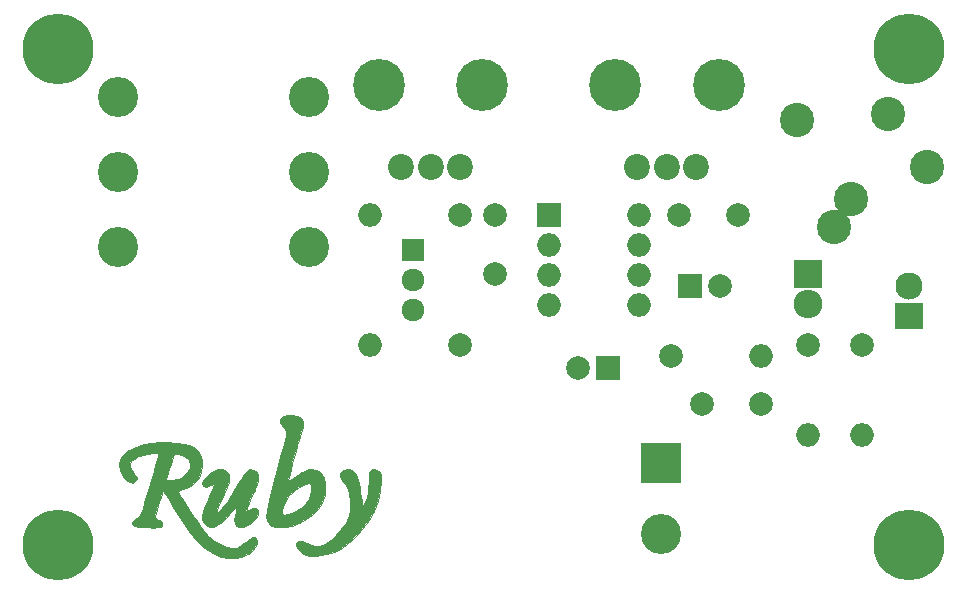
<source format=gts>
G04 #@! TF.GenerationSoftware,KiCad,Pcbnew,no-vcs-found-8c7175b~60~ubuntu16.04.1*
G04 #@! TF.CreationDate,2017-09-13T21:37:39+02:00*
G04 #@! TF.ProjectId,ruby,727562792E6B696361645F7063620000,rev?*
G04 #@! TF.SameCoordinates,Original*
G04 #@! TF.FileFunction,Soldermask,Top*
G04 #@! TF.FilePolarity,Negative*
%FSLAX46Y46*%
G04 Gerber Fmt 4.6, Leading zero omitted, Abs format (unit mm)*
G04 Created by KiCad (PCBNEW no-vcs-found-8c7175b~60~ubuntu16.04.1) date Wed Sep 13 21:37:39 2017*
%MOMM*%
%LPD*%
G01*
G04 APERTURE LIST*
%ADD10C,0.010000*%
%ADD11C,2.200000*%
%ADD12C,4.400000*%
%ADD13C,6.000000*%
%ADD14C,3.400000*%
%ADD15C,2.000000*%
%ADD16R,2.000000X2.000000*%
%ADD17R,3.400000X3.400000*%
%ADD18R,1.920000X1.920000*%
%ADD19C,1.920000*%
%ADD20O,2.000000X2.000000*%
%ADD21O,2.432000X2.432000*%
%ADD22R,2.432000X2.432000*%
%ADD23C,2.900000*%
%ADD24C,2.300000*%
%ADD25R,2.400000X2.300000*%
G04 APERTURE END LIST*
D10*
G36*
X94144687Y-95018796D02*
X94443777Y-95142923D01*
X94617474Y-95296663D01*
X94704592Y-95528430D01*
X94712528Y-95857465D01*
X94643752Y-96232689D01*
X94560552Y-96473638D01*
X94467149Y-96725679D01*
X94349994Y-97084326D01*
X94216707Y-97521523D01*
X94074913Y-98009211D01*
X93932232Y-98519332D01*
X93796288Y-99023829D01*
X93674703Y-99494643D01*
X93575099Y-99903716D01*
X93505098Y-100222992D01*
X93472322Y-100424411D01*
X93473280Y-100475914D01*
X93548413Y-100461512D01*
X93732382Y-100366031D01*
X93995690Y-100206054D01*
X94243207Y-100043073D01*
X94597116Y-99809382D01*
X94855614Y-99659843D01*
X95058512Y-99576686D01*
X95245622Y-99542139D01*
X95376213Y-99537334D01*
X95824308Y-99606819D01*
X96174357Y-99813233D01*
X96421726Y-100153507D01*
X96466913Y-100258955D01*
X96562562Y-100677319D01*
X96581422Y-101180920D01*
X96527597Y-101706235D01*
X96405190Y-102189738D01*
X96330285Y-102373667D01*
X96004753Y-102889643D01*
X95547578Y-103371613D01*
X94996336Y-103791844D01*
X94388599Y-104122608D01*
X93761943Y-104336172D01*
X93634944Y-104362886D01*
X93230430Y-104417080D01*
X92806575Y-104439124D01*
X92418278Y-104429038D01*
X92120442Y-104386841D01*
X92042266Y-104362335D01*
X91877919Y-104237878D01*
X91725962Y-104034615D01*
X91713783Y-104012000D01*
X91647264Y-103842688D01*
X91611030Y-103636741D01*
X91607774Y-103378605D01*
X91623308Y-103222450D01*
X92923076Y-103222450D01*
X92960686Y-103320287D01*
X93123748Y-103395366D01*
X93405262Y-103365330D01*
X93810813Y-103229336D01*
X93949564Y-103171199D01*
X94512876Y-102848027D01*
X94950780Y-102426214D01*
X95185012Y-102058865D01*
X95320978Y-101712104D01*
X95392552Y-101370611D01*
X95400031Y-101069618D01*
X95343709Y-100844357D01*
X95223882Y-100730060D01*
X95173823Y-100722667D01*
X94975866Y-100772437D01*
X94690324Y-100904403D01*
X94359854Y-101092550D01*
X94027116Y-101310862D01*
X93734769Y-101533323D01*
X93536447Y-101721222D01*
X93332793Y-102000976D01*
X93154810Y-102332132D01*
X93017317Y-102673534D01*
X92935133Y-102984025D01*
X92923076Y-103222450D01*
X91623308Y-103222450D01*
X91640192Y-103052730D01*
X91710978Y-102643563D01*
X91822827Y-102135553D01*
X91978433Y-101513147D01*
X92180492Y-100760795D01*
X92431697Y-99862944D01*
X92434262Y-99853898D01*
X92621209Y-99188085D01*
X92794909Y-98556824D01*
X92949292Y-97983153D01*
X93078287Y-97490111D01*
X93175826Y-97100734D01*
X93235838Y-96838061D01*
X93250813Y-96754729D01*
X93274155Y-96506699D01*
X93246054Y-96334532D01*
X93142463Y-96167829D01*
X92990491Y-95992657D01*
X92798811Y-95754888D01*
X92720045Y-95577274D01*
X92726091Y-95441666D01*
X92859513Y-95228695D01*
X93110099Y-95076702D01*
X93435833Y-94988907D01*
X93794701Y-94968531D01*
X94144687Y-95018796D01*
X94144687Y-95018796D01*
G37*
X94144687Y-95018796D02*
X94443777Y-95142923D01*
X94617474Y-95296663D01*
X94704592Y-95528430D01*
X94712528Y-95857465D01*
X94643752Y-96232689D01*
X94560552Y-96473638D01*
X94467149Y-96725679D01*
X94349994Y-97084326D01*
X94216707Y-97521523D01*
X94074913Y-98009211D01*
X93932232Y-98519332D01*
X93796288Y-99023829D01*
X93674703Y-99494643D01*
X93575099Y-99903716D01*
X93505098Y-100222992D01*
X93472322Y-100424411D01*
X93473280Y-100475914D01*
X93548413Y-100461512D01*
X93732382Y-100366031D01*
X93995690Y-100206054D01*
X94243207Y-100043073D01*
X94597116Y-99809382D01*
X94855614Y-99659843D01*
X95058512Y-99576686D01*
X95245622Y-99542139D01*
X95376213Y-99537334D01*
X95824308Y-99606819D01*
X96174357Y-99813233D01*
X96421726Y-100153507D01*
X96466913Y-100258955D01*
X96562562Y-100677319D01*
X96581422Y-101180920D01*
X96527597Y-101706235D01*
X96405190Y-102189738D01*
X96330285Y-102373667D01*
X96004753Y-102889643D01*
X95547578Y-103371613D01*
X94996336Y-103791844D01*
X94388599Y-104122608D01*
X93761943Y-104336172D01*
X93634944Y-104362886D01*
X93230430Y-104417080D01*
X92806575Y-104439124D01*
X92418278Y-104429038D01*
X92120442Y-104386841D01*
X92042266Y-104362335D01*
X91877919Y-104237878D01*
X91725962Y-104034615D01*
X91713783Y-104012000D01*
X91647264Y-103842688D01*
X91611030Y-103636741D01*
X91607774Y-103378605D01*
X91623308Y-103222450D01*
X92923076Y-103222450D01*
X92960686Y-103320287D01*
X93123748Y-103395366D01*
X93405262Y-103365330D01*
X93810813Y-103229336D01*
X93949564Y-103171199D01*
X94512876Y-102848027D01*
X94950780Y-102426214D01*
X95185012Y-102058865D01*
X95320978Y-101712104D01*
X95392552Y-101370611D01*
X95400031Y-101069618D01*
X95343709Y-100844357D01*
X95223882Y-100730060D01*
X95173823Y-100722667D01*
X94975866Y-100772437D01*
X94690324Y-100904403D01*
X94359854Y-101092550D01*
X94027116Y-101310862D01*
X93734769Y-101533323D01*
X93536447Y-101721222D01*
X93332793Y-102000976D01*
X93154810Y-102332132D01*
X93017317Y-102673534D01*
X92935133Y-102984025D01*
X92923076Y-103222450D01*
X91623308Y-103222450D01*
X91640192Y-103052730D01*
X91710978Y-102643563D01*
X91822827Y-102135553D01*
X91978433Y-101513147D01*
X92180492Y-100760795D01*
X92431697Y-99862944D01*
X92434262Y-99853898D01*
X92621209Y-99188085D01*
X92794909Y-98556824D01*
X92949292Y-97983153D01*
X93078287Y-97490111D01*
X93175826Y-97100734D01*
X93235838Y-96838061D01*
X93250813Y-96754729D01*
X93274155Y-96506699D01*
X93246054Y-96334532D01*
X93142463Y-96167829D01*
X92990491Y-95992657D01*
X92798811Y-95754888D01*
X92720045Y-95577274D01*
X92726091Y-95441666D01*
X92859513Y-95228695D01*
X93110099Y-95076702D01*
X93435833Y-94988907D01*
X93794701Y-94968531D01*
X94144687Y-95018796D01*
G36*
X88078694Y-99615197D02*
X88262824Y-99755128D01*
X88412043Y-99976045D01*
X88464994Y-100256946D01*
X88419021Y-100614459D01*
X88271467Y-101065211D01*
X88019676Y-101625830D01*
X87937735Y-101789816D01*
X87665741Y-102343672D01*
X87484934Y-102755372D01*
X87395267Y-103025412D01*
X87396693Y-103154290D01*
X87489164Y-103142503D01*
X87672634Y-102990549D01*
X87840355Y-102817185D01*
X88313791Y-102233399D01*
X88809816Y-101485379D01*
X89308875Y-100608990D01*
X89504938Y-100260833D01*
X89692403Y-99960776D01*
X89846809Y-99746241D01*
X89926799Y-99663559D01*
X90213708Y-99546480D01*
X90488226Y-99576997D01*
X90717920Y-99734562D01*
X90870357Y-99998628D01*
X90914966Y-100289585D01*
X90879683Y-100509040D01*
X90786800Y-100822314D01*
X90654214Y-101171653D01*
X90610204Y-101273000D01*
X90334365Y-101903097D01*
X90133168Y-102397785D01*
X90001188Y-102770864D01*
X89951123Y-102949743D01*
X89894476Y-103187153D01*
X90138917Y-103006431D01*
X90429240Y-102868538D01*
X90628512Y-102853687D01*
X90805287Y-102902175D01*
X90881792Y-103030336D01*
X90899772Y-103151123D01*
X90886705Y-103355016D01*
X90786395Y-103555897D01*
X90619222Y-103760009D01*
X90284416Y-104067549D01*
X89929139Y-104287598D01*
X89584363Y-104409805D01*
X89281059Y-104423817D01*
X89050201Y-104319283D01*
X89024122Y-104293167D01*
X88924370Y-104116395D01*
X88893948Y-103864310D01*
X88932516Y-103508296D01*
X89010481Y-103139187D01*
X89069641Y-102870438D01*
X89102742Y-102677246D01*
X89103938Y-102607716D01*
X89042533Y-102652424D01*
X88916662Y-102796471D01*
X88835399Y-102900529D01*
X88516141Y-103293011D01*
X88172366Y-103665299D01*
X87838434Y-103983545D01*
X87548706Y-104213903D01*
X87427452Y-104287449D01*
X87064747Y-104424558D01*
X86766082Y-104420026D01*
X86498487Y-104271000D01*
X86422154Y-104200513D01*
X86268234Y-104002572D01*
X86186054Y-103772640D01*
X86178691Y-103490253D01*
X86249219Y-103134949D01*
X86400714Y-102686266D01*
X86636251Y-102123742D01*
X86782693Y-101801605D01*
X86945179Y-101438282D01*
X87073311Y-101127780D01*
X87153945Y-100903698D01*
X87174343Y-100800697D01*
X87096397Y-100783342D01*
X86940286Y-100871325D01*
X86921287Y-100885925D01*
X86688804Y-101013173D01*
X86454208Y-101056678D01*
X86271380Y-101012809D01*
X86205212Y-100934144D01*
X86193110Y-100683530D01*
X86313485Y-100407366D01*
X86537455Y-100131464D01*
X86836141Y-99881635D01*
X87180662Y-99683690D01*
X87542138Y-99563441D01*
X87766015Y-99539193D01*
X88078694Y-99615197D01*
X88078694Y-99615197D01*
G37*
X88078694Y-99615197D02*
X88262824Y-99755128D01*
X88412043Y-99976045D01*
X88464994Y-100256946D01*
X88419021Y-100614459D01*
X88271467Y-101065211D01*
X88019676Y-101625830D01*
X87937735Y-101789816D01*
X87665741Y-102343672D01*
X87484934Y-102755372D01*
X87395267Y-103025412D01*
X87396693Y-103154290D01*
X87489164Y-103142503D01*
X87672634Y-102990549D01*
X87840355Y-102817185D01*
X88313791Y-102233399D01*
X88809816Y-101485379D01*
X89308875Y-100608990D01*
X89504938Y-100260833D01*
X89692403Y-99960776D01*
X89846809Y-99746241D01*
X89926799Y-99663559D01*
X90213708Y-99546480D01*
X90488226Y-99576997D01*
X90717920Y-99734562D01*
X90870357Y-99998628D01*
X90914966Y-100289585D01*
X90879683Y-100509040D01*
X90786800Y-100822314D01*
X90654214Y-101171653D01*
X90610204Y-101273000D01*
X90334365Y-101903097D01*
X90133168Y-102397785D01*
X90001188Y-102770864D01*
X89951123Y-102949743D01*
X89894476Y-103187153D01*
X90138917Y-103006431D01*
X90429240Y-102868538D01*
X90628512Y-102853687D01*
X90805287Y-102902175D01*
X90881792Y-103030336D01*
X90899772Y-103151123D01*
X90886705Y-103355016D01*
X90786395Y-103555897D01*
X90619222Y-103760009D01*
X90284416Y-104067549D01*
X89929139Y-104287598D01*
X89584363Y-104409805D01*
X89281059Y-104423817D01*
X89050201Y-104319283D01*
X89024122Y-104293167D01*
X88924370Y-104116395D01*
X88893948Y-103864310D01*
X88932516Y-103508296D01*
X89010481Y-103139187D01*
X89069641Y-102870438D01*
X89102742Y-102677246D01*
X89103938Y-102607716D01*
X89042533Y-102652424D01*
X88916662Y-102796471D01*
X88835399Y-102900529D01*
X88516141Y-103293011D01*
X88172366Y-103665299D01*
X87838434Y-103983545D01*
X87548706Y-104213903D01*
X87427452Y-104287449D01*
X87064747Y-104424558D01*
X86766082Y-104420026D01*
X86498487Y-104271000D01*
X86422154Y-104200513D01*
X86268234Y-104002572D01*
X86186054Y-103772640D01*
X86178691Y-103490253D01*
X86249219Y-103134949D01*
X86400714Y-102686266D01*
X86636251Y-102123742D01*
X86782693Y-101801605D01*
X86945179Y-101438282D01*
X87073311Y-101127780D01*
X87153945Y-100903698D01*
X87174343Y-100800697D01*
X87096397Y-100783342D01*
X86940286Y-100871325D01*
X86921287Y-100885925D01*
X86688804Y-101013173D01*
X86454208Y-101056678D01*
X86271380Y-101012809D01*
X86205212Y-100934144D01*
X86193110Y-100683530D01*
X86313485Y-100407366D01*
X86537455Y-100131464D01*
X86836141Y-99881635D01*
X87180662Y-99683690D01*
X87542138Y-99563441D01*
X87766015Y-99539193D01*
X88078694Y-99615197D01*
G36*
X98857161Y-99614843D02*
X99117166Y-99843787D01*
X99303710Y-100218784D01*
X99373990Y-100488987D01*
X99427606Y-100770715D01*
X99491295Y-101122412D01*
X99558202Y-101503923D01*
X99621472Y-101875096D01*
X99674248Y-102195776D01*
X99709677Y-102425811D01*
X99721063Y-102521834D01*
X99784929Y-102584662D01*
X99795728Y-102585334D01*
X99888983Y-102506483D01*
X99988699Y-102291997D01*
X100087118Y-101974977D01*
X100176480Y-101588522D01*
X100249026Y-101165734D01*
X100296997Y-100739711D01*
X100312748Y-100379767D01*
X100327209Y-99987380D01*
X100377901Y-99735342D01*
X100478559Y-99596170D01*
X100642918Y-99542379D01*
X100733100Y-99538630D01*
X100998616Y-99590525D01*
X101180464Y-99752832D01*
X101287567Y-100041072D01*
X101328855Y-100470768D01*
X101330000Y-100576557D01*
X101253948Y-101385452D01*
X101037186Y-102218110D01*
X100696803Y-103050165D01*
X100249891Y-103857247D01*
X99713540Y-104614991D01*
X99104839Y-105299027D01*
X98440879Y-105884987D01*
X97738751Y-106348504D01*
X97073195Y-106646048D01*
X96668341Y-106752850D01*
X96201752Y-106827224D01*
X95726606Y-106865339D01*
X95296078Y-106863367D01*
X94963344Y-106817479D01*
X94910500Y-106801779D01*
X94587111Y-106642015D01*
X94337246Y-106424459D01*
X94180919Y-106180716D01*
X94138142Y-105942389D01*
X94228929Y-105741082D01*
X94234933Y-105734934D01*
X94404914Y-105647064D01*
X94654847Y-105659504D01*
X95006143Y-105774900D01*
X95183406Y-105852109D01*
X95502000Y-105980731D01*
X95751412Y-106030376D01*
X96004053Y-106014945D01*
X96019138Y-106012540D01*
X96533724Y-105850623D01*
X97045516Y-105549441D01*
X97529348Y-105137581D01*
X97960058Y-104643626D01*
X98312479Y-104096163D01*
X98561449Y-103523775D01*
X98678328Y-102991854D01*
X98686814Y-102600784D01*
X98650702Y-102132363D01*
X98579317Y-101658621D01*
X98481982Y-101251591D01*
X98435827Y-101118417D01*
X98310326Y-100896586D01*
X98127320Y-100666584D01*
X98099737Y-100638096D01*
X97904516Y-100352155D01*
X97857315Y-100064768D01*
X97944692Y-99810451D01*
X98153202Y-99623721D01*
X98469401Y-99539093D01*
X98528474Y-99537334D01*
X98857161Y-99614843D01*
X98857161Y-99614843D01*
G37*
X98857161Y-99614843D02*
X99117166Y-99843787D01*
X99303710Y-100218784D01*
X99373990Y-100488987D01*
X99427606Y-100770715D01*
X99491295Y-101122412D01*
X99558202Y-101503923D01*
X99621472Y-101875096D01*
X99674248Y-102195776D01*
X99709677Y-102425811D01*
X99721063Y-102521834D01*
X99784929Y-102584662D01*
X99795728Y-102585334D01*
X99888983Y-102506483D01*
X99988699Y-102291997D01*
X100087118Y-101974977D01*
X100176480Y-101588522D01*
X100249026Y-101165734D01*
X100296997Y-100739711D01*
X100312748Y-100379767D01*
X100327209Y-99987380D01*
X100377901Y-99735342D01*
X100478559Y-99596170D01*
X100642918Y-99542379D01*
X100733100Y-99538630D01*
X100998616Y-99590525D01*
X101180464Y-99752832D01*
X101287567Y-100041072D01*
X101328855Y-100470768D01*
X101330000Y-100576557D01*
X101253948Y-101385452D01*
X101037186Y-102218110D01*
X100696803Y-103050165D01*
X100249891Y-103857247D01*
X99713540Y-104614991D01*
X99104839Y-105299027D01*
X98440879Y-105884987D01*
X97738751Y-106348504D01*
X97073195Y-106646048D01*
X96668341Y-106752850D01*
X96201752Y-106827224D01*
X95726606Y-106865339D01*
X95296078Y-106863367D01*
X94963344Y-106817479D01*
X94910500Y-106801779D01*
X94587111Y-106642015D01*
X94337246Y-106424459D01*
X94180919Y-106180716D01*
X94138142Y-105942389D01*
X94228929Y-105741082D01*
X94234933Y-105734934D01*
X94404914Y-105647064D01*
X94654847Y-105659504D01*
X95006143Y-105774900D01*
X95183406Y-105852109D01*
X95502000Y-105980731D01*
X95751412Y-106030376D01*
X96004053Y-106014945D01*
X96019138Y-106012540D01*
X96533724Y-105850623D01*
X97045516Y-105549441D01*
X97529348Y-105137581D01*
X97960058Y-104643626D01*
X98312479Y-104096163D01*
X98561449Y-103523775D01*
X98678328Y-102991854D01*
X98686814Y-102600784D01*
X98650702Y-102132363D01*
X98579317Y-101658621D01*
X98481982Y-101251591D01*
X98435827Y-101118417D01*
X98310326Y-100896586D01*
X98127320Y-100666584D01*
X98099737Y-100638096D01*
X97904516Y-100352155D01*
X97857315Y-100064768D01*
X97944692Y-99810451D01*
X98153202Y-99623721D01*
X98469401Y-99539093D01*
X98528474Y-99537334D01*
X98857161Y-99614843D01*
G36*
X84024623Y-97290619D02*
X84717717Y-97409166D01*
X85270220Y-97611915D01*
X85687069Y-97902131D01*
X85973201Y-98283078D01*
X86133556Y-98758020D01*
X86174667Y-99228613D01*
X86093892Y-99768232D01*
X85865540Y-100265689D01*
X85510565Y-100695258D01*
X85049922Y-101031214D01*
X84536709Y-101239372D01*
X84293554Y-101305526D01*
X84113021Y-101355115D01*
X84080194Y-101364285D01*
X84100258Y-101437283D01*
X84204014Y-101627044D01*
X84377189Y-101912210D01*
X84605510Y-102271426D01*
X84874706Y-102683334D01*
X85170503Y-103126578D01*
X85478630Y-103579802D01*
X85784812Y-104021649D01*
X86074779Y-104430763D01*
X86334258Y-104785787D01*
X86548975Y-105065365D01*
X86576343Y-105099356D01*
X87050886Y-105554812D01*
X87638510Y-105905028D01*
X88199932Y-106103922D01*
X88688082Y-106198629D01*
X89076940Y-106192811D01*
X89410516Y-106076164D01*
X89732816Y-105838382D01*
X89860545Y-105715078D01*
X90174041Y-105437834D01*
X90426979Y-105309287D01*
X90631244Y-105325076D01*
X90729733Y-105396267D01*
X90832867Y-105607378D01*
X90805021Y-105873168D01*
X90662148Y-106164152D01*
X90420203Y-106450840D01*
X90095141Y-106703749D01*
X89988611Y-106766015D01*
X89515813Y-106946742D01*
X88954905Y-107040751D01*
X88366064Y-107043081D01*
X87809468Y-106948772D01*
X87800759Y-106946339D01*
X87316972Y-106786252D01*
X86872999Y-106582634D01*
X86454787Y-106321338D01*
X86048284Y-105988219D01*
X85639439Y-105569133D01*
X85214199Y-105049931D01*
X84758512Y-104416470D01*
X84258325Y-103654603D01*
X83805029Y-102924000D01*
X83492164Y-102409864D01*
X83256258Y-102023502D01*
X83085589Y-101748437D01*
X82968435Y-101568188D01*
X82893073Y-101466277D01*
X82847781Y-101426226D01*
X82820836Y-101431553D01*
X82800516Y-101465782D01*
X82786927Y-101492787D01*
X82733402Y-101631057D01*
X82650931Y-101888946D01*
X82551090Y-102224942D01*
X82445457Y-102597533D01*
X82345607Y-102965208D01*
X82263118Y-103286455D01*
X82209567Y-103519760D01*
X82195333Y-103614111D01*
X82270880Y-103729248D01*
X82462936Y-103822542D01*
X82470500Y-103824745D01*
X82693343Y-103936912D01*
X82773333Y-104095653D01*
X82781570Y-104261323D01*
X82735592Y-104376754D01*
X82612688Y-104448863D01*
X82390149Y-104484571D01*
X82045267Y-104490798D01*
X81555332Y-104474462D01*
X81533339Y-104473479D01*
X81117215Y-104448825D01*
X80758618Y-104416455D01*
X80493676Y-104380411D01*
X80358518Y-104344733D01*
X80353833Y-104341582D01*
X80254278Y-104173735D01*
X80296902Y-103974717D01*
X80463636Y-103795786D01*
X80679862Y-103639868D01*
X80844987Y-103516667D01*
X80912617Y-103421658D01*
X81003341Y-103217418D01*
X81120670Y-102893500D01*
X81268110Y-102439457D01*
X81449172Y-101844842D01*
X81667363Y-101099207D01*
X81730017Y-100881371D01*
X81862322Y-100417801D01*
X83126667Y-100417801D01*
X83200998Y-100468759D01*
X83393518Y-100482179D01*
X83658518Y-100463077D01*
X83950287Y-100416468D01*
X84223115Y-100347369D01*
X84399210Y-100278167D01*
X84740014Y-100041427D01*
X84989493Y-99740115D01*
X85135255Y-99408140D01*
X85164915Y-99079412D01*
X85066082Y-98787838D01*
X84981912Y-98683246D01*
X84721286Y-98484011D01*
X84423301Y-98347683D01*
X84130936Y-98283459D01*
X83887169Y-98300536D01*
X83734977Y-98408113D01*
X83730825Y-98415500D01*
X83681905Y-98541507D01*
X83600798Y-98784770D01*
X83499813Y-99104499D01*
X83391255Y-99459905D01*
X83287433Y-99810200D01*
X83200654Y-100114593D01*
X83143225Y-100332296D01*
X83126667Y-100417801D01*
X81862322Y-100417801D01*
X81908564Y-100255781D01*
X82070961Y-99681033D01*
X82211514Y-99177738D01*
X82324527Y-98766510D01*
X82404305Y-98467960D01*
X82445155Y-98302702D01*
X82449333Y-98277871D01*
X82374641Y-98207573D01*
X82174858Y-98182585D01*
X81886423Y-98197406D01*
X81545773Y-98246533D01*
X81189348Y-98324464D01*
X80853585Y-98425697D01*
X80574925Y-98544731D01*
X80534779Y-98566962D01*
X80217153Y-98800716D01*
X80057866Y-99050908D01*
X80055833Y-99331752D01*
X80209968Y-99657464D01*
X80429750Y-99942446D01*
X80601487Y-100158325D01*
X80657430Y-100307411D01*
X80602982Y-100441166D01*
X80494663Y-100560671D01*
X80275726Y-100681674D01*
X80030249Y-100662095D01*
X79779485Y-100523800D01*
X79544684Y-100288655D01*
X79347096Y-99978527D01*
X79207973Y-99615284D01*
X79148565Y-99220792D01*
X79147805Y-99174781D01*
X79226839Y-98729822D01*
X79460263Y-98335667D01*
X79839739Y-97996283D01*
X80356930Y-97715638D01*
X81003499Y-97497700D01*
X81771107Y-97346436D01*
X82651418Y-97265815D01*
X83185999Y-97253011D01*
X84024623Y-97290619D01*
X84024623Y-97290619D01*
G37*
X84024623Y-97290619D02*
X84717717Y-97409166D01*
X85270220Y-97611915D01*
X85687069Y-97902131D01*
X85973201Y-98283078D01*
X86133556Y-98758020D01*
X86174667Y-99228613D01*
X86093892Y-99768232D01*
X85865540Y-100265689D01*
X85510565Y-100695258D01*
X85049922Y-101031214D01*
X84536709Y-101239372D01*
X84293554Y-101305526D01*
X84113021Y-101355115D01*
X84080194Y-101364285D01*
X84100258Y-101437283D01*
X84204014Y-101627044D01*
X84377189Y-101912210D01*
X84605510Y-102271426D01*
X84874706Y-102683334D01*
X85170503Y-103126578D01*
X85478630Y-103579802D01*
X85784812Y-104021649D01*
X86074779Y-104430763D01*
X86334258Y-104785787D01*
X86548975Y-105065365D01*
X86576343Y-105099356D01*
X87050886Y-105554812D01*
X87638510Y-105905028D01*
X88199932Y-106103922D01*
X88688082Y-106198629D01*
X89076940Y-106192811D01*
X89410516Y-106076164D01*
X89732816Y-105838382D01*
X89860545Y-105715078D01*
X90174041Y-105437834D01*
X90426979Y-105309287D01*
X90631244Y-105325076D01*
X90729733Y-105396267D01*
X90832867Y-105607378D01*
X90805021Y-105873168D01*
X90662148Y-106164152D01*
X90420203Y-106450840D01*
X90095141Y-106703749D01*
X89988611Y-106766015D01*
X89515813Y-106946742D01*
X88954905Y-107040751D01*
X88366064Y-107043081D01*
X87809468Y-106948772D01*
X87800759Y-106946339D01*
X87316972Y-106786252D01*
X86872999Y-106582634D01*
X86454787Y-106321338D01*
X86048284Y-105988219D01*
X85639439Y-105569133D01*
X85214199Y-105049931D01*
X84758512Y-104416470D01*
X84258325Y-103654603D01*
X83805029Y-102924000D01*
X83492164Y-102409864D01*
X83256258Y-102023502D01*
X83085589Y-101748437D01*
X82968435Y-101568188D01*
X82893073Y-101466277D01*
X82847781Y-101426226D01*
X82820836Y-101431553D01*
X82800516Y-101465782D01*
X82786927Y-101492787D01*
X82733402Y-101631057D01*
X82650931Y-101888946D01*
X82551090Y-102224942D01*
X82445457Y-102597533D01*
X82345607Y-102965208D01*
X82263118Y-103286455D01*
X82209567Y-103519760D01*
X82195333Y-103614111D01*
X82270880Y-103729248D01*
X82462936Y-103822542D01*
X82470500Y-103824745D01*
X82693343Y-103936912D01*
X82773333Y-104095653D01*
X82781570Y-104261323D01*
X82735592Y-104376754D01*
X82612688Y-104448863D01*
X82390149Y-104484571D01*
X82045267Y-104490798D01*
X81555332Y-104474462D01*
X81533339Y-104473479D01*
X81117215Y-104448825D01*
X80758618Y-104416455D01*
X80493676Y-104380411D01*
X80358518Y-104344733D01*
X80353833Y-104341582D01*
X80254278Y-104173735D01*
X80296902Y-103974717D01*
X80463636Y-103795786D01*
X80679862Y-103639868D01*
X80844987Y-103516667D01*
X80912617Y-103421658D01*
X81003341Y-103217418D01*
X81120670Y-102893500D01*
X81268110Y-102439457D01*
X81449172Y-101844842D01*
X81667363Y-101099207D01*
X81730017Y-100881371D01*
X81862322Y-100417801D01*
X83126667Y-100417801D01*
X83200998Y-100468759D01*
X83393518Y-100482179D01*
X83658518Y-100463077D01*
X83950287Y-100416468D01*
X84223115Y-100347369D01*
X84399210Y-100278167D01*
X84740014Y-100041427D01*
X84989493Y-99740115D01*
X85135255Y-99408140D01*
X85164915Y-99079412D01*
X85066082Y-98787838D01*
X84981912Y-98683246D01*
X84721286Y-98484011D01*
X84423301Y-98347683D01*
X84130936Y-98283459D01*
X83887169Y-98300536D01*
X83734977Y-98408113D01*
X83730825Y-98415500D01*
X83681905Y-98541507D01*
X83600798Y-98784770D01*
X83499813Y-99104499D01*
X83391255Y-99459905D01*
X83287433Y-99810200D01*
X83200654Y-100114593D01*
X83143225Y-100332296D01*
X83126667Y-100417801D01*
X81862322Y-100417801D01*
X81908564Y-100255781D01*
X82070961Y-99681033D01*
X82211514Y-99177738D01*
X82324527Y-98766510D01*
X82404305Y-98467960D01*
X82445155Y-98302702D01*
X82449333Y-98277871D01*
X82374641Y-98207573D01*
X82174858Y-98182585D01*
X81886423Y-98197406D01*
X81545773Y-98246533D01*
X81189348Y-98324464D01*
X80853585Y-98425697D01*
X80574925Y-98544731D01*
X80534779Y-98566962D01*
X80217153Y-98800716D01*
X80057866Y-99050908D01*
X80055833Y-99331752D01*
X80209968Y-99657464D01*
X80429750Y-99942446D01*
X80601487Y-100158325D01*
X80657430Y-100307411D01*
X80602982Y-100441166D01*
X80494663Y-100560671D01*
X80275726Y-100681674D01*
X80030249Y-100662095D01*
X79779485Y-100523800D01*
X79544684Y-100288655D01*
X79347096Y-99978527D01*
X79207973Y-99615284D01*
X79148565Y-99220792D01*
X79147805Y-99174781D01*
X79226839Y-98729822D01*
X79460263Y-98335667D01*
X79839739Y-97996283D01*
X80356930Y-97715638D01*
X81003499Y-97497700D01*
X81771107Y-97346436D01*
X82651418Y-97265815D01*
X83185999Y-97253011D01*
X84024623Y-97290619D01*
D11*
X123000000Y-74000000D03*
X125500000Y-74000000D03*
X128000000Y-74000000D03*
D12*
X121100000Y-67000000D03*
X129900000Y-67000000D03*
X109900000Y-67000000D03*
X101100000Y-67000000D03*
D11*
X108000000Y-74000000D03*
X105500000Y-74000000D03*
X103000000Y-74000000D03*
D13*
X146000000Y-64000000D03*
X146000000Y-106000000D03*
X74000000Y-106000000D03*
X74000000Y-64000000D03*
D14*
X79000000Y-68000000D03*
X79000000Y-80700000D03*
X79000000Y-74350000D03*
X95230000Y-68000000D03*
X95230000Y-80700000D03*
X95230000Y-74350000D03*
D15*
X111000000Y-83000000D03*
X111000000Y-78000000D03*
X118000000Y-91000000D03*
D16*
X120500000Y-91000000D03*
D15*
X126500000Y-78000000D03*
X131500000Y-78000000D03*
X133500000Y-94000000D03*
X128500000Y-94000000D03*
X130000000Y-84000000D03*
D16*
X127500000Y-84000000D03*
D17*
X125000000Y-99000000D03*
D14*
X125000000Y-105000000D03*
D18*
X104000000Y-81000000D03*
D19*
X104000000Y-86080000D03*
X104000000Y-83540000D03*
D20*
X100380000Y-89000000D03*
D15*
X108000000Y-89000000D03*
X108000000Y-78000000D03*
D20*
X100380000Y-78000000D03*
D15*
X125880000Y-90000000D03*
D20*
X133500000Y-90000000D03*
X137500000Y-96620000D03*
D15*
X137500000Y-89000000D03*
D20*
X123120000Y-78000000D03*
X115500000Y-85620000D03*
X123120000Y-80540000D03*
X115500000Y-83080000D03*
X123120000Y-83080000D03*
X115500000Y-80540000D03*
X123120000Y-85620000D03*
D16*
X115500000Y-78000000D03*
D21*
X137500000Y-85540000D03*
D22*
X137500000Y-83000000D03*
D23*
X147500000Y-74000000D03*
X144200000Y-69450000D03*
X136500000Y-70000000D03*
X139700000Y-79050000D03*
X141100000Y-76650000D03*
D24*
X146000000Y-84000000D03*
D25*
X146000000Y-86540000D03*
D20*
X142000000Y-96620000D03*
D15*
X142000000Y-89000000D03*
M02*

</source>
